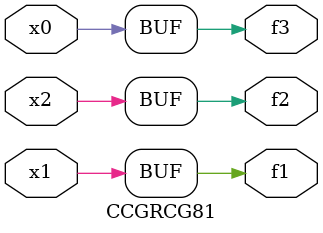
<source format=v>
module CCGRCG81(
	input x0, x1, x2,
	output f1, f2, f3
);
	assign f1 = x1;
	assign f2 = x2;
	assign f3 = x0;
endmodule

</source>
